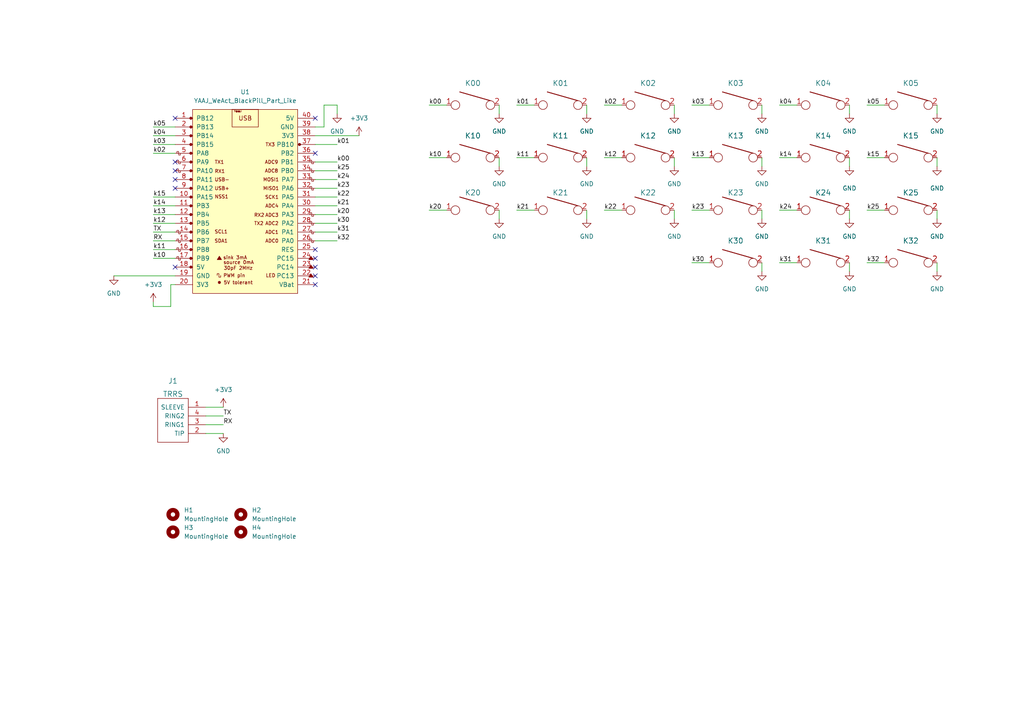
<source format=kicad_sch>
(kicad_sch (version 20211123) (generator eeschema)
  (paper "A4")
  (title_block (rev "rev1.0"))
  (lib_symbols
    (symbol "Mechanical:MountingHole" (pin_names (offset 1.016))
      (property "Reference" "H" (at 0 5.08 0))
      (property "Value" "MountingHole" (at 0 3.175 0))
      (symbol "MountingHole_0_1"
        (circle (center 0 0) (radius 1.27) (stroke (width 1.27)))
      )
    )
    (symbol "YAAJ_WeAct_BlackPill_Part_Like:YAAJ_WeAct_BlackPill_Part_Like" (pin_names (offset 1.016))
      (property "Reference" "U" (at -12.7 27.94 0))
      (property "Value" "YAAJ_WeAct_BlackPill_Part_Like" (at 0 2.54 90))
      (symbol "YAAJ_WeAct_BlackPill_Part_Like_0_0"
        (circle (center -15.748 -20.32) (radius 0.3556) (fill (type outline)))
        (circle (center -15.748 -17.78) (radius 0.3556) (fill (type outline)))
        (circle (center -15.748 -15.24) (radius 0.3556) (fill (type outline)))
        (circle (center -15.748 -12.7) (radius 0.3556) (fill (type outline)))
        (circle (center -15.748 -10.16) (radius 0.3556) (fill (type outline)))
        (circle (center -15.748 -7.62) (radius 0.3556) (fill (type outline)))
        (circle (center -15.748 -5.08) (radius 0.3556) (fill (type outline)))
        (circle (center -15.748 -2.54) (radius 0.3556) (fill (type outline)))
        (circle (center -15.748 0) (radius 0.3556) (fill (type outline)))
        (circle (center -15.748 2.54) (radius 0.3556) (fill (type outline)))
        (circle (center -15.748 5.08) (radius 0.3556) (fill (type outline)))
        (circle (center -15.748 7.62) (radius 0.3556) (fill (type outline)))
        (circle (center -15.748 10.16) (radius 0.3556) (fill (type outline)))
        (circle (center -15.748 12.7) (radius 0.3556) (fill (type outline)))
        (circle (center -15.748 15.24) (radius 0.3556) (fill (type outline)))
        (circle (center -15.748 17.78) (radius 0.3556) (fill (type outline)))
        (circle (center -15.748 22.86) (radius 0.3556) (fill (type outline)))
        (circle (center -7.493 -24.765) (radius 0.127) (fill (type outline)))
        (circle (center -7.493 -24.765) (radius 0.254))
        (circle (center -7.493 -24.765) (radius 0.3556))
        (polyline (pts (xy -8.128 -18.161) (xy -7.493 -17.145) (xy -6.858 -18.161) (xy -8.128 -18.161) (xy -7.493 -17.272) (xy -6.985 -18.161) (xy -8.001 -18.034) (xy -7.493 -17.399) (xy -7.112 -18.161) (xy -7.874 -17.907) (xy -7.366 -17.526) (xy -7.239 -18.161) (xy -7.747 -17.78) (xy -7.239 -17.653) (xy -7.366 -18.034) (xy -7.62 -17.78) (xy -7.366 -17.907) (xy -7.493 -17.653)))
        (polyline (pts (xy 18.415 -23.241) (xy 19.05 -22.225) (xy 19.685 -23.241) (xy 18.415 -23.241) (xy 19.05 -22.352) (xy 19.558 -23.241) (xy 18.542 -23.114) (xy 19.05 -22.479) (xy 19.431 -23.241) (xy 18.669 -22.987) (xy 19.177 -22.606) (xy 19.304 -23.241) (xy 18.796 -22.86) (xy 19.304 -22.733) (xy 19.177 -23.114) (xy 18.923 -22.86) (xy 19.177 -22.987) (xy 19.05 -22.733)))
        (polyline (pts (xy 18.415 -20.701) (xy 19.05 -19.685) (xy 19.685 -20.701) (xy 18.415 -20.701) (xy 19.05 -19.812) (xy 19.558 -20.701) (xy 18.542 -20.574) (xy 19.05 -19.939) (xy 19.431 -20.701) (xy 18.669 -20.447) (xy 19.177 -20.066) (xy 19.304 -20.701) (xy 18.796 -20.32) (xy 19.304 -20.193) (xy 19.177 -20.574) (xy 18.923 -20.32) (xy 19.177 -20.447) (xy 19.05 -20.193)))
        (polyline (pts (xy 18.415 -18.161) (xy 19.05 -17.145) (xy 19.685 -18.161) (xy 18.415 -18.161) (xy 19.05 -17.272) (xy 19.558 -18.161) (xy 18.542 -18.034) (xy 19.05 -17.399) (xy 19.431 -18.161) (xy 18.669 -17.907) (xy 19.177 -17.526) (xy 19.304 -18.161) (xy 18.796 -17.78) (xy 19.304 -17.653) (xy 19.177 -18.034) (xy 18.923 -17.78) (xy 19.177 -17.907) (xy 19.05 -17.653)))
        (circle (center 15.748 15.24) (radius 0.254) (fill (type outline)))
        (circle (center 15.748 15.24) (radius 0.3556))
        (text "30pF 2MHz" (at -2.032 -20.574 0) (effects (font (size 0.9906 0.9906))))
        (text "5V tolerant" (at -2.032 -24.765 0) (effects (font (size 0.9906 0.9906))))
        (text "ADC0" (at 7.747 -12.7 0) (effects (font (size 0.9906 0.9906))))
        (text "ADC1" (at 7.747 -10.16 0) (effects (font (size 0.9906 0.9906))))
        (text "ADC2" (at 7.747 -7.62 0) (effects (font (size 0.9906 0.9906))))
        (text "ADC3" (at 7.747 -5.207 0) (effects (font (size 0.9906 0.9906))))
        (text "ADC4" (at 7.747 -2.54 0) (effects (font (size 0.9906 0.9906))))
        (text "ADC8" (at 7.62 7.62 0) (effects (font (size 0.9906 0.9906))))
        (text "ADC9" (at 7.62 10.16 0) (effects (font (size 0.9906 0.9906))))
        (text "LED" (at 7.366 -22.733 0) (effects (font (size 0.9906 0.9906))))
        (text "MISO1" (at 7.493 2.54 0) (effects (font (size 0.9906 0.9906))))
        (text "MOSI1" (at 7.493 5.08 0) (effects (font (size 0.9906 0.9906))))
        (text "NSS1" (at -6.858 0.127 0) (effects (font (size 0.9906 0.9906))))
        (text "PWM pin" (at -3.175 -22.733 0) (effects (font (size 0.9906 0.9906))))
        (text "RX1" (at -7.366 7.493 0) (effects (font (size 0.9906 0.9906))))
        (text "RX2" (at 4.064 -5.207 0) (effects (font (size 0.9906 0.9906))))
        (text "SCK1" (at 7.747 0 0) (effects (font (size 0.9906 0.9906))))
        (text "SCL1" (at -6.985 -10.033 0) (effects (font (size 0.9906 0.9906))))
        (text "SDA1" (at -6.985 -12.7 0) (effects (font (size 0.9906 0.9906))))
        (text "sink 3mA" (at -2.921 -17.526 0) (effects (font (size 0.9906 0.9906))))
        (text "source 0mA" (at -1.905 -18.923 0) (effects (font (size 0.9906 0.9906))))
        (text "TX1" (at -7.493 10.16 0) (effects (font (size 0.9906 0.9906))))
        (text "TX2" (at 3.937 -7.62 0) (effects (font (size 0.9906 0.9906))))
        (text "TX3" (at 7.239 15.24 0) (effects (font (size 0.9906 0.9906))))
        (text "USB" (at 0 22.86 0) (effects (font (size 1.27 1.27))))
        (text "USB+" (at -6.731 2.54 0) (effects (font (size 0.9906 0.9906))))
        (text "USB-" (at -6.731 5.08 0) (effects (font (size 0.9906 0.9906))))
        (text "Y@@J" (at -2.159 24.892 0) (effects (font (size 0.508 0.508))))
      )
      (symbol "YAAJ_WeAct_BlackPill_Part_Like_0_1"
        (rectangle (start -15.24 25.4) (end 15.24 -27.94) (fill (type background)))
        (polyline (pts (xy -18.796 -17.78) (xy -18.796 -18.288) (xy -19.304 -18.288) (xy -19.304 -17.272) (xy -19.812 -17.272) (xy -19.812 -17.78)))
        (polyline (pts (xy -18.796 -15.24) (xy -18.796 -15.748) (xy -19.304 -15.748) (xy -19.304 -14.732) (xy -19.812 -14.732) (xy -19.812 -15.24)))
        (polyline (pts (xy -18.796 -12.7) (xy -18.796 -13.208) (xy -19.304 -13.208) (xy -19.304 -12.192) (xy -19.812 -12.192) (xy -19.812 -12.7)))
        (polyline (pts (xy -18.796 -10.16) (xy -18.796 -10.668) (xy -19.304 -10.668) (xy -19.304 -9.652) (xy -19.812 -9.652) (xy -19.812 -10.16)))
        (polyline (pts (xy -18.796 7.62) (xy -18.796 7.112) (xy -19.304 7.112) (xy -19.304 8.128) (xy -19.812 8.128) (xy -19.812 7.62)))
        (polyline (pts (xy -18.796 10.16) (xy -18.796 9.652) (xy -19.304 9.652) (xy -19.304 10.668) (xy -19.812 10.668) (xy -19.812 10.16)))
        (polyline (pts (xy -18.796 12.7) (xy -18.796 12.192) (xy -19.304 12.192) (xy -19.304 13.208) (xy -19.812 13.208) (xy -19.812 12.7)))
        (polyline (pts (xy -7.112 -22.733) (xy -7.112 -23.241) (xy -7.62 -23.241) (xy -7.62 -22.225) (xy -8.128 -22.225) (xy -8.128 -22.733)))
        (polyline (pts (xy 19.812 -12.7) (xy 19.812 -13.208) (xy 19.304 -13.208) (xy 19.304 -12.192) (xy 18.796 -12.192) (xy 18.796 -12.7)))
        (polyline (pts (xy 19.812 -10.16) (xy 19.812 -10.668) (xy 19.304 -10.668) (xy 19.304 -9.652) (xy 18.796 -9.652) (xy 18.796 -10.16)))
        (polyline (pts (xy 19.812 -7.62) (xy 19.812 -8.128) (xy 19.304 -8.128) (xy 19.304 -7.112) (xy 18.796 -7.112) (xy 18.796 -7.62)))
        (polyline (pts (xy 19.812 -5.08) (xy 19.812 -5.588) (xy 19.304 -5.588) (xy 19.304 -4.572) (xy 18.796 -4.572) (xy 18.796 -5.08)))
        (polyline (pts (xy 19.812 2.54) (xy 19.812 2.032) (xy 19.304 2.032) (xy 19.304 3.048) (xy 18.796 3.048) (xy 18.796 2.54)))
        (polyline (pts (xy 19.812 5.08) (xy 19.812 4.572) (xy 19.304 4.572) (xy 19.304 5.588) (xy 18.796 5.588) (xy 18.796 5.08)))
        (polyline (pts (xy 19.812 7.62) (xy 19.812 7.112) (xy 19.304 7.112) (xy 19.304 8.128) (xy 18.796 8.128) (xy 18.796 7.62)))
        (polyline (pts (xy 19.812 10.16) (xy 19.812 9.652) (xy 19.304 9.652) (xy 19.304 10.668) (xy 18.796 10.668) (xy 18.796 10.16)))
        (rectangle (start 3.81 25.4) (end -3.81 20.32))
      )
      (symbol "YAAJ_WeAct_BlackPill_Part_Like_1_1"
        (circle (center -15.748 20.32) (radius 0.3556) (fill (type outline)))
        (pin bidirectional line (at -20.32 22.86 0) (length 5.08) (name "PB12") (number "1"))
        (pin bidirectional line (at -20.32 0 0) (length 5.08) (name "PA15") (number "10"))
        (pin bidirectional line (at -20.32 -2.54 0) (length 5.08) (name "PB3") (number "11"))
        (pin bidirectional line (at -20.32 -5.08 0) (length 5.08) (name "PB4") (number "12"))
        (pin bidirectional line (at -20.32 -7.62 0) (length 5.08) (name "PB5") (number "13"))
        (pin bidirectional line (at -20.32 -10.16 0) (length 5.08) (name "PB6") (number "14"))
        (pin bidirectional line (at -20.32 -12.7 0) (length 5.08) (name "PB7") (number "15"))
        (pin bidirectional line (at -20.32 -15.24 0) (length 5.08) (name "PB8") (number "16"))
        (pin bidirectional line (at -20.32 -17.78 0) (length 5.08) (name "PB9") (number "17"))
        (pin power_in line (at -20.32 -20.32 0) (length 5.08) (name "5V") (number "18"))
        (pin power_in line (at -20.32 -22.86 0) (length 5.08) (name "GND") (number "19"))
        (pin bidirectional line (at -20.32 20.32 0) (length 5.08) (name "PB13") (number "2"))
        (pin power_in line (at -20.32 -25.4 0) (length 5.08) (name "3V3") (number "20"))
        (pin power_in line (at 20.32 -25.4 180) (length 5.08) (name "VBat") (number "21"))
        (pin bidirectional line (at 20.32 -22.86 180) (length 5.08) (name "PC13") (number "22"))
        (pin bidirectional line (at 20.32 -20.32 180) (length 5.08) (name "PC14") (number "23"))
        (pin bidirectional line (at 20.32 -17.78 180) (length 5.08) (name "PC15") (number "24"))
        (pin input line (at 20.32 -15.24 180) (length 5.08) (name "RES") (number "25"))
        (pin bidirectional line (at 20.32 -12.7 180) (length 5.08) (name "PA0") (number "26"))
        (pin bidirectional line (at 20.32 -10.16 180) (length 5.08) (name "PA1") (number "27"))
        (pin bidirectional line (at 20.32 -7.62 180) (length 5.08) (name "PA2") (number "28"))
        (pin bidirectional line (at 20.32 -5.08 180) (length 5.08) (name "PA3") (number "29"))
        (pin bidirectional line (at -20.32 17.78 0) (length 5.08) (name "PB14") (number "3"))
        (pin bidirectional line (at 20.32 -2.54 180) (length 5.08) (name "PA4") (number "30"))
        (pin bidirectional line (at 20.32 0 180) (length 5.08) (name "PA5") (number "31"))
        (pin bidirectional line (at 20.32 2.54 180) (length 5.08) (name "PA6") (number "32"))
        (pin bidirectional line (at 20.32 5.08 180) (length 5.08) (name "PA7") (number "33"))
        (pin bidirectional line (at 20.32 7.62 180) (length 5.08) (name "PB0") (number "34"))
        (pin bidirectional line (at 20.32 10.16 180) (length 5.08) (name "PB1") (number "35"))
        (pin bidirectional line (at 20.32 12.7 180) (length 5.08) (name "PB2") (number "36"))
        (pin bidirectional line (at 20.32 15.24 180) (length 5.08) (name "PB10") (number "37"))
        (pin power_in line (at 20.32 17.78 180) (length 5.08) (name "3V3") (number "38"))
        (pin power_in line (at 20.32 20.32 180) (length 5.08) (name "GND") (number "39"))
        (pin bidirectional line (at -20.32 15.24 0) (length 5.08) (name "PB15") (number "4"))
        (pin power_in line (at 20.32 22.86 180) (length 5.08) (name "5V") (number "40"))
        (pin bidirectional line (at -20.32 12.7 0) (length 5.08) (name "PA8") (number "5"))
        (pin bidirectional line (at -20.32 10.16 0) (length 5.08) (name "PA9") (number "6"))
        (pin bidirectional line (at -20.32 7.62 0) (length 5.08) (name "PA10") (number "7"))
        (pin bidirectional line (at -20.32 5.08 0) (length 5.08) (name "PA11") (number "8"))
        (pin bidirectional line (at -20.32 2.54 0) (length 5.08) (name "PA12") (number "9"))
      )
    )
    (symbol "keebio:TRRS" (pin_names (offset 1.016))
      (property "Reference" "U" (at 0 15.24 0))
      (property "Value" "TRRS" (at 0 -2.54 0))
      (symbol "TRRS_0_1"
        (rectangle (start -3.81 0) (end -3.81 12.7))
        (rectangle (start -3.81 12.7) (end 5.08 12.7))
        (rectangle (start 5.08 0) (end -3.81 0))
        (rectangle (start 5.08 12.7) (end 5.08 0))
      )
      (symbol "TRRS_1_1"
        (pin input line (at -8.89 2.54 0) (length 5.08) (name "SLEEVE") (number "1"))
        (pin input line (at -8.89 10.16 0) (length 5.08) (name "TIP") (number "2"))
        (pin input line (at -8.89 7.62 0) (length 5.08) (name "RING1") (number "3"))
        (pin input line (at -8.89 5.08 0) (length 5.08) (name "RING2") (number "4"))
      )
    )
    (symbol "keyboard_parts:KEYSW" (pin_names (offset 1.016))
      (property "Reference" "K?" (at -1.27 0 0))
      (symbol "KEYSW_0_1"
        (circle (center -5.08 0) (radius 1.27))
        (polyline (pts (xy -5.08 1.27) (xy 3.81 3.81)) (stroke (width 0.254)))
        (circle (center 5.08 0) (radius 1.27))
      )
      (symbol "KEYSW_1_1"
        (pin passive line (at 7.62 0 180) (length 1.27) (name "~") (number "1"))
        (pin passive line (at -7.62 0 0) (length 1.27) (name "~") (number "2"))
      )
    )
    (symbol "power:+3V3" (power) (pin_names (offset 0))
      (property "Value" "+3V3" (at 0 3.556 0))
      (symbol "+3V3_0_1"
        (polyline (pts (xy -0.762 1.27) (xy 0 2.54)))
        (polyline (pts (xy 0 0) (xy 0 2.54)))
        (polyline (pts (xy 0 2.54) (xy 0.762 1.27)))
      )
      (symbol "+3V3_1_1"
        (pin power_in line (at 0 0 90) (length 0) hide (name "+3V3") (number "1"))
      )
    )
    (symbol "power:GND" (power) (pin_names (offset 0))
      (property "Value" "GND" (at 0 -3.81 0))
      (symbol "GND_0_1"
        (polyline (pts (xy 0 0) (xy 0 -1.27) (xy 1.27 -1.27) (xy 0 -2.54) (xy -1.27 -1.27) (xy 0 -1.27)))
      )
      (symbol "GND_1_1"
        (pin power_in line (at 0 0 270) (length 0) hide (name "GND") (number "1"))
      )
    )
  )
  (no_connect (at 91.44 44.45))
  (no_connect (at 50.8 46.99))
  (no_connect (at 50.8 49.53))
  (no_connect (at 50.8 52.07))
  (no_connect (at 50.8 54.61))
  (no_connect (at 50.8 34.29))
  (no_connect (at 91.44 82.55))
  (no_connect (at 91.44 80.01))
  (no_connect (at 91.44 77.47))
  (no_connect (at 91.44 74.93))
  (no_connect (at 91.44 72.39))
  (no_connect (at 91.44 34.29))
  (no_connect (at 50.8 77.47))
  (wire (pts (xy 149.86 60.96) (xy 154.94 60.96)))
  (wire (pts (xy 44.45 72.39) (xy 50.8 72.39)))
  (wire (pts (xy 91.44 52.07) (xy 97.79 52.07)))
  (wire (pts (xy 200.66 45.72) (xy 205.74 45.72)))
  (wire (pts (xy 44.45 36.83) (xy 50.8 36.83)))
  (wire (pts (xy 251.46 30.48) (xy 256.54 30.48)))
  (wire (pts (xy 124.46 45.72) (xy 129.54 45.72)))
  (wire (pts (xy 200.66 60.96) (xy 205.74 60.96)))
  (wire (pts (xy 149.86 45.72) (xy 154.94 45.72)))
  (wire (pts (xy 49.53 88.9) (xy 49.53 82.55)))
  (wire (pts (xy 44.45 88.9) (xy 49.53 88.9)))
  (wire (pts (xy 44.45 59.69) (xy 50.8 59.69)))
  (wire (pts (xy 91.44 41.91) (xy 97.79 41.91)))
  (wire (pts (xy 175.26 60.96) (xy 180.34 60.96)))
  (wire (pts (xy 44.45 39.37) (xy 50.8 39.37)))
  (wire (pts (xy 251.46 60.96) (xy 256.54 60.96)))
  (wire (pts (xy 195.58 63.5) (xy 195.58 60.96)))
  (wire (pts (xy 144.78 63.5) (xy 144.78 60.96)))
  (wire (pts (xy 246.38 48.26) (xy 246.38 45.72)))
  (wire (pts (xy 220.98 48.26) (xy 220.98 45.72)))
  (wire (pts (xy 144.78 48.26) (xy 144.78 45.72)))
  (wire (pts (xy 91.44 62.23) (xy 97.79 62.23)))
  (wire (pts (xy 93.98 36.83) (xy 93.98 30.48)))
  (wire (pts (xy 175.26 45.72) (xy 180.34 45.72)))
  (wire (pts (xy 246.38 78.74) (xy 246.38 76.2)))
  (wire (pts (xy 59.69 125.73) (xy 64.77 125.73)))
  (wire (pts (xy 44.45 44.45) (xy 50.8 44.45)))
  (wire (pts (xy 271.78 48.26) (xy 271.78 45.72)))
  (wire (pts (xy 91.44 36.83) (xy 93.98 36.83)))
  (wire (pts (xy 200.66 76.2) (xy 205.74 76.2)))
  (wire (pts (xy 44.45 74.93) (xy 50.8 74.93)))
  (wire (pts (xy 91.44 69.85) (xy 97.79 69.85)))
  (wire (pts (xy 91.44 49.53) (xy 97.79 49.53)))
  (wire (pts (xy 226.06 45.72) (xy 231.14 45.72)))
  (wire (pts (xy 200.66 30.48) (xy 205.74 30.48)))
  (wire (pts (xy 220.98 78.74) (xy 220.98 76.2)))
  (wire (pts (xy 44.45 62.23) (xy 50.8 62.23)))
  (wire (pts (xy 97.79 30.48) (xy 97.79 33.02)))
  (wire (pts (xy 271.78 63.5) (xy 271.78 60.96)))
  (wire (pts (xy 124.46 60.96) (xy 129.54 60.96)))
  (wire (pts (xy 144.78 33.02) (xy 144.78 30.48)))
  (wire (pts (xy 195.58 48.26) (xy 195.58 45.72)))
  (wire (pts (xy 170.18 63.5) (xy 170.18 60.96)))
  (wire (pts (xy 59.69 123.19) (xy 64.77 123.19)))
  (wire (pts (xy 246.38 63.5) (xy 246.38 60.96)))
  (wire (pts (xy 91.44 54.61) (xy 97.79 54.61)))
  (wire (pts (xy 44.45 64.77) (xy 50.8 64.77)))
  (wire (pts (xy 226.06 30.48) (xy 231.14 30.48)))
  (wire (pts (xy 124.46 30.48) (xy 129.54 30.48)))
  (wire (pts (xy 93.98 30.48) (xy 97.79 30.48)))
  (wire (pts (xy 91.44 67.31) (xy 97.79 67.31)))
  (wire (pts (xy 59.69 120.65) (xy 64.77 120.65)))
  (wire (pts (xy 170.18 48.26) (xy 170.18 45.72)))
  (wire (pts (xy 91.44 39.37) (xy 104.14 39.37)))
  (wire (pts (xy 175.26 30.48) (xy 180.34 30.48)))
  (wire (pts (xy 44.45 41.91) (xy 50.8 41.91)))
  (wire (pts (xy 91.44 46.99) (xy 97.79 46.99)))
  (wire (pts (xy 91.44 57.15) (xy 97.79 57.15)))
  (wire (pts (xy 59.69 118.11) (xy 64.77 118.11)))
  (wire (pts (xy 91.44 59.69) (xy 97.79 59.69)))
  (wire (pts (xy 33.02 80.01) (xy 50.8 80.01)))
  (wire (pts (xy 195.58 33.02) (xy 195.58 30.48)))
  (wire (pts (xy 251.46 45.72) (xy 256.54 45.72)))
  (wire (pts (xy 226.06 60.96) (xy 231.14 60.96)))
  (wire (pts (xy 170.18 33.02) (xy 170.18 30.48)))
  (wire (pts (xy 226.06 76.2) (xy 231.14 76.2)))
  (wire (pts (xy 271.78 33.02) (xy 271.78 30.48)))
  (wire (pts (xy 246.38 33.02) (xy 246.38 30.48)))
  (wire (pts (xy 251.46 76.2) (xy 256.54 76.2)))
  (wire (pts (xy 49.53 82.55) (xy 50.8 82.55)))
  (wire (pts (xy 91.44 64.77) (xy 97.79 64.77)))
  (wire (pts (xy 44.45 69.85) (xy 50.8 69.85)))
  (wire (pts (xy 220.98 33.02) (xy 220.98 30.48)))
  (wire (pts (xy 149.86 30.48) (xy 154.94 30.48)))
  (wire (pts (xy 44.45 87.63) (xy 44.45 88.9)))
  (wire (pts (xy 44.45 67.31) (xy 50.8 67.31)))
  (wire (pts (xy 271.78 78.74) (xy 271.78 76.2)))
  (wire (pts (xy 44.45 57.15) (xy 50.8 57.15)))
  (wire (pts (xy 220.98 63.5) (xy 220.98 60.96)))
  (label "k20" (at 97.79 62.23 0))
  (label "TX" (at 64.77 120.65 0))
  (label "k01" (at 97.79 41.91 0))
  (label "k03" (at 44.45 41.91 0))
  (label "k30" (at 200.66 76.2 0))
  (label "k02" (at 175.26 30.48 0))
  (label "k05" (at 44.45 36.83 0))
  (label "k04" (at 226.06 30.48 0))
  (label "k30" (at 97.79 64.77 0))
  (label "k11" (at 44.45 72.39 0))
  (label "k00" (at 124.46 30.48 0))
  (label "k10" (at 44.45 74.93 0))
  (label "k03" (at 200.66 30.48 0))
  (label "RX" (at 44.45 69.85 0))
  (label "k15" (at 251.46 45.72 0))
  (label "k23" (at 200.66 60.96 0))
  (label "k32" (at 97.79 69.85 0))
  (label "k25" (at 97.79 49.53 0))
  (label "k24" (at 226.06 60.96 0))
  (label "TX" (at 44.45 67.31 0))
  (label "k05" (at 251.46 30.48 0))
  (label "k22" (at 175.26 60.96 0))
  (label "k12" (at 44.45 64.77 0))
  (label "k01" (at 149.86 30.48 0))
  (label "RX" (at 64.77 123.19 0))
  (label "k10" (at 124.46 45.72 0))
  (label "k00" (at 97.79 46.99 0))
  (label "k21" (at 97.79 59.69 0))
  (label "k31" (at 97.79 67.31 0))
  (label "k32" (at 251.46 76.2 0))
  (label "k15" (at 44.45 57.15 0))
  (label "k14" (at 226.06 45.72 0))
  (label "k12" (at 175.26 45.72 0))
  (label "k04" (at 44.45 39.37 0))
  (label "k11" (at 149.86 45.72 0))
  (label "k22" (at 97.79 57.15 0))
  (label "k02" (at 44.45 44.45 0))
  (label "k13" (at 44.45 62.23 0))
  (label "k24" (at 97.79 52.07 0))
  (label "k31" (at 226.06 76.2 0))
  (label "k13" (at 200.66 45.72 0))
  (label "k14" (at 44.45 59.69 0))
  (label "k21" (at 149.86 60.96 0))
  (label "k25" (at 251.46 60.96 0))
  (label "k23" (at 97.79 54.61 0))
  (label "k20" (at 124.46 60.96 0))
  (symbol (lib_id "keyboard_parts:KEYSW") (at 264.16 76.2 0) (mirror y) (unit 1)
    (property "Reference" "K32" (at 264.16 69.85 0) (effects (font (size 1.524 1.524))))
    (property "Value" "KEYSW" (effects hide))
    (property "Footprint" "cantor:Kailh_socket_PG1350_reversible_cropped_pads" (effects hide))
  )
  (symbol (lib_id "power:GND") (at 195.58 48.26 0) (unit 1)
    (property "Reference" "#PWR0104" (effects hide))
    (property "Value" "GND" (at 195.58 53.34 0))
  )
  (symbol (lib_id "Mechanical:MountingHole") (at 50.165 149.225 0) (unit 1)
    (property "Reference" "H1" (at 53.34 147.9549 0) (effects (justify left)))
    (property "Value" "MountingHole" (at 53.34 150.4949 0) (effects (justify left)))
    (property "Footprint" "cantor:Standoff_Hole" (effects hide))
  )
  (symbol (lib_id "keyboard_parts:KEYSW") (at 238.76 60.96 0) (mirror y) (unit 1)
    (property "Reference" "K24" (at 238.76 55.88 0) (effects (font (size 1.524 1.524))))
    (property "Value" "KEYSW" (effects hide))
    (property "Footprint" "cantor:Kailh_socket_PG1350_reversible_cropped_pads" (effects hide))
  )
  (symbol (lib_id "power:GND") (at 64.77 125.73 0) (unit 1)
    (property "Reference" "#PWR0126" (effects hide))
    (property "Value" "GND" (at 64.77 130.81 0))
  )
  (symbol (lib_id "keyboard_parts:KEYSW") (at 137.16 30.48 0) (mirror y) (unit 1)
    (property "Reference" "K00" (at 137.16 24.13 0) (effects (font (size 1.524 1.524))))
    (property "Value" "KEYSW" (effects hide))
    (property "Footprint" "cantor:Kailh_socket_PG1350_reversible_cropped_pads" (effects hide))
  )
  (symbol (lib_id "keyboard_parts:KEYSW") (at 264.16 45.72 0) (mirror y) (unit 1)
    (property "Reference" "K15" (at 264.16 39.37 0) (effects (font (size 1.524 1.524))))
    (property "Value" "KEYSW" (effects hide))
    (property "Footprint" "cantor:Kailh_socket_PG1350_reversible_cropped_pads" (effects hide))
  )
  (symbol (lib_id "Mechanical:MountingHole") (at 69.85 149.225 0) (unit 1)
    (property "Reference" "H2" (at 73.025 147.9549 0) (effects (justify left)))
    (property "Value" "MountingHole" (at 73.025 150.4949 0) (effects (justify left)))
    (property "Footprint" "cantor:Standoff_Hole" (effects hide))
  )
  (symbol (lib_id "power:GND") (at 144.78 48.26 0) (unit 1)
    (property "Reference" "#PWR0107" (effects hide))
    (property "Value" "GND" (at 144.78 53.34 0))
  )
  (symbol (lib_id "power:GND") (at 195.58 63.5 0) (unit 1)
    (property "Reference" "#PWR0105" (effects hide))
    (property "Value" "GND" (at 195.58 68.58 0))
  )
  (symbol (lib_id "keyboard_parts:KEYSW") (at 213.36 30.48 0) (mirror y) (unit 1)
    (property "Reference" "K03" (at 213.36 24.13 0) (effects (font (size 1.524 1.524))))
    (property "Value" "KEYSW" (effects hide))
    (property "Footprint" "cantor:Kailh_socket_PG1350_reversible_cropped_pads" (effects hide))
  )
  (symbol (lib_id "power:GND") (at 246.38 63.5 0) (unit 1)
    (property "Reference" "#PWR0121" (effects hide))
    (property "Value" "GND" (at 246.38 68.58 0))
  )
  (symbol (lib_id "keyboard_parts:KEYSW") (at 187.96 30.48 0) (mirror y) (unit 1)
    (property "Reference" "K02" (at 187.96 24.13 0) (effects (font (size 1.524 1.524))))
    (property "Value" "KEYSW" (effects hide))
    (property "Footprint" "cantor:Kailh_socket_PG1350_reversible_cropped_pads" (effects hide))
  )
  (symbol (lib_id "keyboard_parts:KEYSW") (at 162.56 45.72 0) (mirror y) (unit 1)
    (property "Reference" "K11" (at 162.56 39.37 0) (effects (font (size 1.524 1.524))))
    (property "Value" "KEYSW" (effects hide))
    (property "Footprint" "cantor:Kailh_socket_PG1350_reversible_cropped_pads" (effects hide))
  )
  (symbol (lib_id "keyboard_parts:KEYSW") (at 187.96 60.96 0) (mirror y) (unit 1)
    (property "Reference" "K22" (at 187.96 55.88 0) (effects (font (size 1.524 1.524))))
    (property "Value" "KEYSW" (effects hide))
    (property "Footprint" "cantor:Kailh_socket_PG1350_reversible_cropped_pads" (effects hide))
  )
  (symbol (lib_id "power:GND") (at 271.78 33.02 0) (unit 1)
    (property "Reference" "#PWR0115" (effects hide))
    (property "Value" "GND" (at 271.78 38.1 0))
  )
  (symbol (lib_id "power:GND") (at 271.78 63.5 0) (unit 1)
    (property "Reference" "#PWR0118" (effects hide))
    (property "Value" "GND" (at 271.78 68.58 0))
  )
  (symbol (lib_id "power:GND") (at 271.78 78.74 0) (unit 1)
    (property "Reference" "#PWR0117" (effects hide))
    (property "Value" "GND" (at 271.78 83.82 0))
  )
  (symbol (lib_id "YAAJ_WeAct_BlackPill_Part_Like:YAAJ_WeAct_BlackPill_Part_Like") (at 71.12 57.15 0) (unit 1)
    (property "Reference" "U1" (at 71.12 26.67 0))
    (property "Value" "YAAJ_WeAct_BlackPill_Part_Like" (at 71.12 29.21 0))
    (property "Footprint" "Footprints:YAAJ_WeAct_BlackPill_2" (effects hide))
  )
  (symbol (lib_id "power:GND") (at 246.38 48.26 0) (unit 1)
    (property "Reference" "#PWR0119" (effects hide))
    (property "Value" "GND" (at 246.38 54.61 0))
  )
  (symbol (lib_id "power:GND") (at 170.18 63.5 0) (unit 1)
    (property "Reference" "#PWR0101" (effects hide))
    (property "Value" "GND" (at 170.18 68.58 0))
  )
  (symbol (lib_id "keyboard_parts:KEYSW") (at 238.76 30.48 0) (mirror y) (unit 1)
    (property "Reference" "K04" (at 238.76 24.13 0) (effects (font (size 1.524 1.524))))
    (property "Value" "KEYSW" (effects hide))
    (property "Footprint" "cantor:Kailh_socket_PG1350_reversible_cropped_pads" (effects hide))
  )
  (symbol (lib_id "power:GND") (at 246.38 78.74 0) (unit 1)
    (property "Reference" "#PWR0120" (effects hide))
    (property "Value" "GND" (at 246.38 83.82 0))
  )
  (symbol (lib_id "power:+3V3") (at 64.77 118.11 0) (unit 1)
    (property "Reference" "#PWR0127" (effects hide))
    (property "Value" "+3V3" (at 64.77 113.03 0))
  )
  (symbol (lib_id "Mechanical:MountingHole") (at 50.165 154.305 0) (unit 1)
    (property "Reference" "H3" (at 53.34 153.0349 0) (effects (justify left)))
    (property "Value" "MountingHole" (at 53.34 155.5749 0) (effects (justify left)))
    (property "Footprint" "cantor:Standoff_Hole" (effects hide))
  )
  (symbol (lib_id "keyboard_parts:KEYSW") (at 213.36 76.2 0) (mirror y) (unit 1)
    (property "Reference" "K30" (at 213.36 69.85 0) (effects (font (size 1.524 1.524))))
    (property "Value" "KEYSW" (effects hide))
    (property "Footprint" "cantor:Kailh_socket_PG1350_reversible_cropped_pads" (effects hide))
  )
  (symbol (lib_id "power:GND") (at 246.38 33.02 0) (unit 1)
    (property "Reference" "#PWR0112" (effects hide))
    (property "Value" "GND" (at 246.38 38.1 0))
  )
  (symbol (lib_id "keebio:TRRS") (at 50.8 115.57 180) (unit 1)
    (property "Reference" "J1" (at 50.165 110.49 0) (effects (font (size 1.524 1.524))))
    (property "Value" "TRRS" (at 50.165 114.3 0) (effects (font (size 1.524 1.524))))
    (property "Footprint" "Keebio-Parts:TRRS-PJ-320A" (effects hide))
  )
  (symbol (lib_id "keyboard_parts:KEYSW") (at 137.16 60.96 0) (mirror y) (unit 1)
    (property "Reference" "K20" (at 137.16 55.88 0) (effects (font (size 1.524 1.524))))
    (property "Value" "KEYSW" (effects hide))
    (property "Footprint" "cantor:Kailh_socket_PG1350_reversible_cropped_pads" (effects hide))
  )
  (symbol (lib_id "power:GND") (at 271.78 48.26 0) (unit 1)
    (property "Reference" "#PWR0116" (effects hide))
    (property "Value" "GND" (at 271.78 54.61 0))
  )
  (symbol (lib_id "keyboard_parts:KEYSW") (at 213.36 60.96 0) (mirror y) (unit 1)
    (property "Reference" "K23" (at 213.36 55.88 0) (effects (font (size 1.524 1.524))))
    (property "Value" "KEYSW" (effects hide))
    (property "Footprint" "cantor:Kailh_socket_PG1350_reversible_cropped_pads" (effects hide))
  )
  (symbol (lib_id "Mechanical:MountingHole") (at 69.85 154.305 0) (unit 1)
    (property "Reference" "H4" (at 73.025 153.0349 0) (effects (justify left)))
    (property "Value" "MountingHole" (at 73.025 155.5749 0) (effects (justify left)))
    (property "Footprint" "cantor:Standoff_Hole" (effects hide))
  )
  (symbol (lib_id "keyboard_parts:KEYSW") (at 137.16 45.72 0) (mirror y) (unit 1)
    (property "Reference" "K10" (at 137.16 39.37 0) (effects (font (size 1.524 1.524))))
    (property "Value" "KEYSW" (effects hide))
    (property "Footprint" "cantor:Kailh_socket_PG1350_reversible_cropped_pads" (effects hide))
  )
  (symbol (lib_id "keyboard_parts:KEYSW") (at 162.56 30.48 0) (mirror y) (unit 1)
    (property "Reference" "K01" (at 162.56 24.13 0) (effects (font (size 1.524 1.524))))
    (property "Value" "KEYSW" (effects hide))
    (property "Footprint" "cantor:Kailh_socket_PG1350_reversible_cropped_pads" (effects hide))
  )
  (symbol (lib_id "keyboard_parts:KEYSW") (at 264.16 60.96 0) (mirror y) (unit 1)
    (property "Reference" "K25" (at 264.16 55.88 0) (effects (font (size 1.524 1.524))))
    (property "Value" "KEYSW" (effects hide))
    (property "Footprint" "cantor:Kailh_socket_PG1350_reversible_cropped_pads" (effects hide))
  )
  (symbol (lib_id "keyboard_parts:KEYSW") (at 238.76 76.2 0) (mirror y) (unit 1)
    (property "Reference" "K31" (at 238.76 69.85 0) (effects (font (size 1.524 1.524))))
    (property "Value" "KEYSW" (effects hide))
    (property "Footprint" "cantor:Kailh_socket_PG1350_reversible_cropped_pads" (effects hide))
  )
  (symbol (lib_id "power:GND") (at 220.98 33.02 0) (unit 1)
    (property "Reference" "#PWR0123" (effects hide))
    (property "Value" "GND" (at 220.98 38.1 0))
  )
  (symbol (lib_id "keyboard_parts:KEYSW") (at 238.76 45.72 0) (mirror y) (unit 1)
    (property "Reference" "K14" (at 238.76 39.37 0) (effects (font (size 1.524 1.524))))
    (property "Value" "KEYSW" (effects hide))
    (property "Footprint" "cantor:Kailh_socket_PG1350_reversible_cropped_pads" (effects hide))
  )
  (symbol (lib_id "power:+3V3") (at 44.45 87.63 0) (unit 1)
    (property "Reference" "#PWR0125" (effects hide))
    (property "Value" "+3V3" (at 44.45 82.55 0))
  )
  (symbol (lib_id "power:GND") (at 144.78 33.02 0) (unit 1)
    (property "Reference" "#PWR0109" (effects hide))
    (property "Value" "GND" (at 144.78 38.1 0))
  )
  (symbol (lib_id "power:GND") (at 33.02 80.01 0) (unit 1)
    (property "Reference" "#PWR0124" (effects hide))
    (property "Value" "GND" (at 33.02 85.09 0))
  )
  (symbol (lib_id "keyboard_parts:KEYSW") (at 213.36 45.72 0) (mirror y) (unit 1)
    (property "Reference" "K13" (at 213.36 39.37 0) (effects (font (size 1.524 1.524))))
    (property "Value" "KEYSW" (effects hide))
    (property "Footprint" "cantor:Kailh_socket_PG1350_reversible_cropped_pads" (effects hide))
  )
  (symbol (lib_id "power:+3V3") (at 104.14 39.37 0) (unit 1)
    (property "Reference" "#PWR0111" (effects hide))
    (property "Value" "+3V3" (at 104.14 34.29 0))
  )
  (symbol (lib_id "power:GND") (at 195.58 33.02 0) (unit 1)
    (property "Reference" "#PWR0103" (effects hide))
    (property "Value" "GND" (at 195.58 38.1 0))
  )
  (symbol (lib_id "power:GND") (at 220.98 48.26 0) (unit 1)
    (property "Reference" "#PWR0122" (effects hide))
    (property "Value" "GND" (at 220.98 53.34 0))
  )
  (symbol (lib_id "keyboard_parts:KEYSW") (at 162.56 60.96 0) (mirror y) (unit 1)
    (property "Reference" "K21" (at 162.56 55.88 0) (effects (font (size 1.524 1.524))))
    (property "Value" "KEYSW" (effects hide))
    (property "Footprint" "cantor:Kailh_socket_PG1350_reversible_cropped_pads" (effects hide))
  )
  (symbol (lib_id "keyboard_parts:KEYSW") (at 187.96 45.72 0) (mirror y) (unit 1)
    (property "Reference" "K12" (at 187.96 39.37 0) (effects (font (size 1.524 1.524))))
    (property "Value" "KEYSW" (effects hide))
    (property "Footprint" "cantor:Kailh_socket_PG1350_reversible_cropped_pads" (effects hide))
  )
  (symbol (lib_id "power:GND") (at 220.98 78.74 0) (unit 1)
    (property "Reference" "#PWR0113" (effects hide))
    (property "Value" "GND" (at 220.98 83.82 0))
  )
  (symbol (lib_id "power:GND") (at 170.18 33.02 0) (unit 1)
    (property "Reference" "#PWR0106" (effects hide))
    (property "Value" "GND" (at 170.18 38.1 0))
  )
  (symbol (lib_id "power:GND") (at 170.18 48.26 0) (unit 1)
    (property "Reference" "#PWR0102" (effects hide))
    (property "Value" "GND" (at 170.18 53.34 0))
  )
  (symbol (lib_id "power:GND") (at 220.98 63.5 0) (unit 1)
    (property "Reference" "#PWR0114" (effects hide))
    (property "Value" "GND" (at 220.98 68.58 0))
  )
  (symbol (lib_id "power:GND") (at 144.78 63.5 0) (unit 1)
    (property "Reference" "#PWR0108" (effects hide))
    (property "Value" "GND" (at 144.78 68.58 0))
  )
  (symbol (lib_id "power:GND") (at 97.79 33.02 0) (unit 1)
    (property "Reference" "#PWR0110" (effects hide))
    (property "Value" "GND" (at 97.79 38.1 0))
  )
  (symbol (lib_id "keyboard_parts:KEYSW") (at 264.16 30.48 0) (mirror y) (unit 1)
    (property "Reference" "K05" (at 264.16 24.13 0) (effects (font (size 1.524 1.524))))
    (property "Value" "KEYSW" (effects hide))
    (property "Footprint" "cantor:Kailh_socket_PG1350_reversible_cropped_pads" (effects hide))
  )
)
</source>
